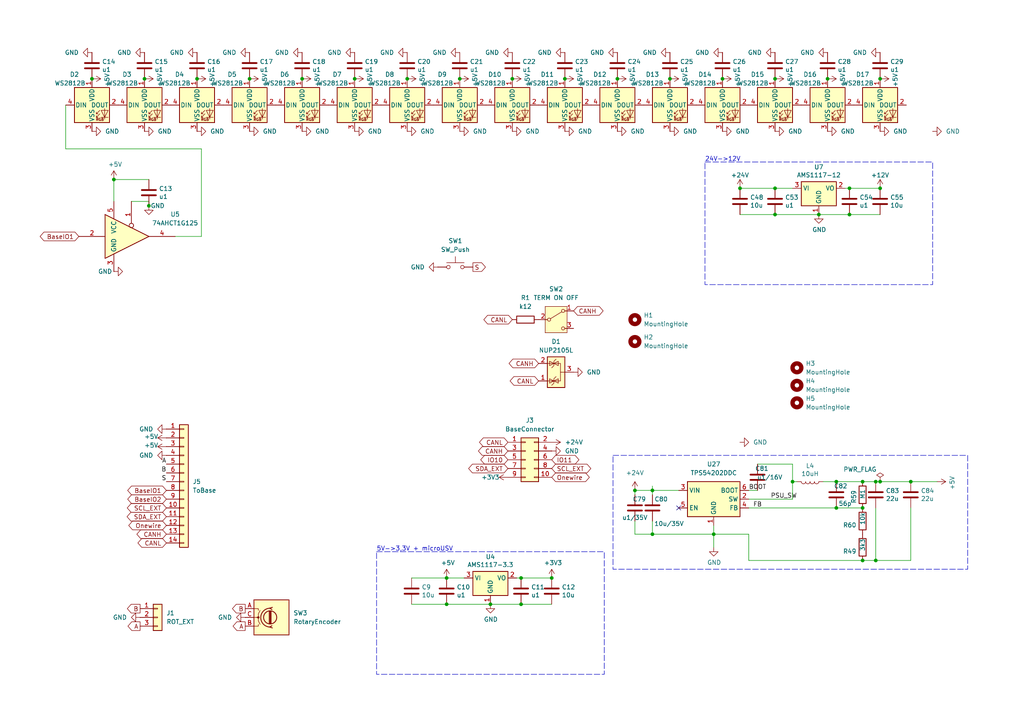
<source format=kicad_sch>
(kicad_sch (version 20250114) (generator "eeschema") (generator_version "9.0")
  (paper "A4")
  (rectangle (start 109.22 160.02) (end 175.26 195.58) (stroke (width 0) (type dash)))
  (rectangle (start 320.675 12.7) (end 395.605 77.47) (stroke (width 0) (type dash)))
  (rectangle (start 204.47 46.99) (end 270.51 82.55) (stroke (width 0) (type dash)))
  (rectangle (start 177.8 132.08) (end 280.67 165.1) (stroke (width 0) (type dash)))
  (text "PowerOutputs" (at 321.31 12.7 0) (effects (font (size 1.27 1.27)) (justify left bottom)))
  (text "5V->3,3V + microUSV" (at 109.22 160.02 0) (effects (font (size 1.27 1.27)) (justify left bottom)))
  (text "24V->12V" (at 204.47 46.99 0) (effects (font (size 1.27 1.27)) (justify left bottom)))
  (junction (at 209.55 22.86))
  (junction (at 224.79 54.61))
  (junction (at 26.67 22.86))
  (junction (at 142.24 175.26))
  (junction (at 87.63 22.86))
  (junction (at 229.87 139.7))
  (junction (at 337.82 50.8))
  (junction (at 250.19 162.56))
  (junction (at 189.23 142.24))
  (junction (at 33.02 52.07))
  (junction (at 133.35 22.86))
  (junction (at 151.13 175.26))
  (junction (at 163.83 22.86))
  (junction (at 214.63 54.61))
  (junction (at 224.79 22.86))
  (junction (at 255.27 22.86))
  (junction (at 246.38 62.23))
  (junction (at 148.59 22.86))
  (junction (at 242.57 147.32))
  (junction (at 246.38 54.61))
  (junction (at 118.11 22.86))
  (junction (at 255.27 54.61))
  (junction (at 224.79 62.23))
  (junction (at 337.82 20.32))
  (junction (at 160.02 167.64))
  (junction (at 72.39 22.86))
  (junction (at 250.19 139.7))
  (junction (at 194.31 22.86))
  (junction (at 237.49 62.23))
  (junction (at 189.23 154.94))
  (junction (at 207.01 154.94))
  (junction (at 337.82 66.04))
  (junction (at 250.19 147.32))
  (junction (at 129.54 175.26))
  (junction (at 255.27 139.7))
  (junction (at 41.91 22.86))
  (junction (at 151.13 167.64))
  (junction (at 240.03 22.86))
  (junction (at 184.15 142.24))
  (junction (at 179.07 22.86))
  (junction (at 129.54 167.64))
  (junction (at 337.82 35.56))
  (junction (at 57.15 22.86))
  (junction (at 254 139.7))
  (junction (at 242.57 139.7))
  (junction (at 102.87 22.86))
  (junction (at 254 162.56))
  (junction (at 43.18 59.69))
  (junction (at 264.16 139.7))
  (no_connect (at 196.85 147.32))
  (wire (pts (xy 184.15 143.51) (xy 184.15 142.24)))
  (wire (pts (xy 245.11 54.61) (xy 246.38 54.61)))
  (wire (pts (xy 372.11 38.1) (xy 374.65 38.1)))
  (wire (pts (xy 250.19 162.56) (xy 254 162.56)))
  (wire (pts (xy 134.62 167.64) (xy 129.54 167.64)))
  (wire (pts (xy 373.38 43.18) (xy 374.65 43.18)))
  (wire (pts (xy 224.79 62.23) (xy 237.49 62.23)))
  (wire (pts (xy 189.23 142.24) (xy 196.85 142.24)))
  (wire (pts (xy 189.23 154.94) (xy 207.01 154.94)))
  (wire (pts (xy 207.01 154.94) (xy 207.01 152.4)))
  (wire (pts (xy 119.38 175.26) (xy 129.54 175.26)))
  (wire (pts (xy 345.44 45.72) (xy 374.65 45.72)))
  (wire (pts (xy 50.8 68.58) (xy 58.42 68.58)))
  (wire (pts (xy 217.17 144.78) (xy 229.87 144.78)))
  (wire (pts (xy 229.87 54.61) (xy 224.79 54.61)))
  (wire (pts (xy 373.38 30.48) (xy 373.38 40.64)))
  (wire (pts (xy 242.57 139.7) (xy 250.19 139.7)))
  (wire (pts (xy 19.05 43.18) (xy 19.05 30.48)))
  (wire (pts (xy 33.02 52.07) (xy 33.02 58.42)))
  (wire (pts (xy 151.13 167.64) (xy 160.02 167.64)))
  (wire (pts (xy 374.65 15.24) (xy 374.65 30.48)))
  (wire (pts (xy 58.42 43.18) (xy 19.05 43.18)))
  (wire (pts (xy 58.42 68.58) (xy 58.42 43.18)))
  (wire (pts (xy 219.71 142.24) (xy 217.17 142.24)))
  (wire (pts (xy 374.65 60.96) (xy 374.65 55.88)))
  (wire (pts (xy 271.78 139.7) (xy 264.16 139.7)))
  (wire (pts (xy 119.38 167.64) (xy 129.54 167.64)))
  (wire (pts (xy 372.11 30.48) (xy 372.11 38.1)))
  (wire (pts (xy 142.24 175.26) (xy 151.13 175.26)))
  (wire (pts (xy 231.14 139.7) (xy 229.87 139.7)))
  (wire (pts (xy 246.38 54.61) (xy 255.27 54.61)))
  (wire (pts (xy 254 147.32) (xy 254 162.56)))
  (wire (pts (xy 189.23 142.24) (xy 189.23 140.97)))
  (wire (pts (xy 229.87 139.7) (xy 229.87 144.78)))
  (wire (pts (xy 264.16 162.56) (xy 254 162.56)))
  (wire (pts (xy 219.71 134.62) (xy 229.87 134.62)))
  (wire (pts (xy 373.38 40.64) (xy 374.65 40.64)))
  (wire (pts (xy 254 139.7) (xy 255.27 139.7)))
  (wire (pts (xy 43.18 58.42) (xy 43.18 59.69)))
  (wire (pts (xy 129.54 175.26) (xy 142.24 175.26)))
  (wire (pts (xy 207.01 154.94) (xy 207.01 158.75)))
  (wire (pts (xy 38.1 58.42) (xy 43.18 58.42)))
  (wire (pts (xy 238.76 139.7) (xy 242.57 139.7)))
  (wire (pts (xy 149.86 167.64) (xy 151.13 167.64)))
  (wire (pts (xy 189.23 151.13) (xy 189.23 154.94)))
  (wire (pts (xy 374.65 55.88) (xy 373.38 55.88)))
  (wire (pts (xy 229.87 134.62) (xy 229.87 139.7)))
  (wire (pts (xy 217.17 162.56) (xy 217.17 154.94)))
  (wire (pts (xy 214.63 54.61) (xy 224.79 54.61)))
  (wire (pts (xy 373.38 55.88) (xy 373.38 43.18)))
  (wire (pts (xy 184.15 142.24) (xy 189.23 142.24)))
  (wire (pts (xy 264.16 147.32) (xy 264.16 162.56)))
  (wire (pts (xy 345.44 30.48) (xy 372.11 30.48)))
  (wire (pts (xy 184.15 154.94) (xy 189.23 154.94)))
  (wire (pts (xy 237.49 62.23) (xy 246.38 62.23)))
  (wire (pts (xy 250.19 162.56) (xy 217.17 162.56)))
  (wire (pts (xy 255.27 139.7) (xy 264.16 139.7)))
  (wire (pts (xy 189.23 143.51) (xy 189.23 142.24)))
  (wire (pts (xy 345.44 15.24) (xy 374.65 15.24)))
  (wire (pts (xy 242.57 147.32) (xy 250.19 147.32)))
  (wire (pts (xy 373.38 30.48) (xy 374.65 30.48)))
  (wire (pts (xy 217.17 154.94) (xy 207.01 154.94)))
  (wire (pts (xy 43.18 52.07) (xy 33.02 52.07)))
  (wire (pts (xy 184.15 151.13) (xy 184.15 154.94)))
  (wire (pts (xy 246.38 62.23) (xy 255.27 62.23)))
  (wire (pts (xy 374.65 60.96) (xy 345.44 60.96)))
  (wire (pts (xy 214.63 62.23) (xy 224.79 62.23)))
  (wire (pts (xy 151.13 175.26) (xy 160.02 175.26)))
  (wire (pts (xy 250.19 139.7) (xy 254 139.7)))
  (wire (pts (xy 217.17 147.32) (xy 242.57 147.32)))
  (label "A" (at 48.26 134.62 180))
  (label "B" (at 48.26 137.16 180))
  (label "S" (at 48.26 139.7 180))
  (label "FB" (at 218.44 147.32 0))
  (label "BOOT" (at 217.17 142.24 0))
  (label "PSU_SW" (at 223.52 144.78 0))
  (global_label "SDA_EXT" (shape bidirectional) (at 322.58 66.04 180) (property "Intersheetrefs" "${INTERSHEET_REFS}" (effects (hide yes))))
  (global_label "IO10" (shape bidirectional) (at 147.32 133.35 180) (property "Intersheetrefs" "${INTERSHEET_REFS}" (effects (hide yes))))
  (global_label "BaseIO1" (shape bidirectional) (at 48.26 142.24 180) (property "Intersheetrefs" "${INTERSHEET_REFS}" (effects (hide yes))))
  (global_label "CANL" (shape bidirectional) (at 48.26 157.48 180) (property "Intersheetrefs" "${INTERSHEET_REFS}" (effects (hide yes))))
  (global_label "CANH" (shape bidirectional) (at 147.32 130.81 180) (property "Intersheetrefs" "${INTERSHEET_REFS}" (effects (hide yes))))
  (global_label "BaseIO2" (shape bidirectional) (at 48.26 144.78 180) (property "Intersheetrefs" "${INTERSHEET_REFS}" (effects (hide yes))))
  (global_label "Onewire" (shape bidirectional) (at 48.26 152.4 180) (property "Intersheetrefs" "${INTERSHEET_REFS}" (effects (hide yes))))
  (global_label "CANL" (shape bidirectional) (at 147.32 128.27 180) (property "Intersheetrefs" "${INTERSHEET_REFS}" (effects (hide yes))))
  (global_label "CANL" (shape bidirectional) (at 148.59 92.71 180) (property "Intersheetrefs" "${INTERSHEET_REFS}" (effects (hide yes))))
  (global_label "SDA_EXT" (shape bidirectional) (at 147.32 135.89 180) (property "Intersheetrefs" "${INTERSHEET_REFS}" (effects (hide yes))))
  (global_label "A" (shape output) (at 40.64 181.61 180) (property "Intersheetrefs" "${INTERSHEET_REFS}" (effects (hide yes))))
  (global_label "BaseIO1" (shape bidirectional) (at 330.2 20.32 180) (property "Intersheetrefs" "${INTERSHEET_REFS}" (effects (hide yes))))
  (global_label "BaseIO1" (shape bidirectional) (at 22.86 68.58 180) (property "Intersheetrefs" "${INTERSHEET_REFS}" (effects (hide yes))))
  (global_label "IO11" (shape bidirectional) (at 160.02 133.35 0) (property "Intersheetrefs" "${INTERSHEET_REFS}" (effects (hide yes))))
  (global_label "B" (shape output) (at 40.64 176.53 180) (property "Intersheetrefs" "${INTERSHEET_REFS}" (effects (hide yes))))
  (global_label "B" (shape output) (at 71.12 176.53 180) (property "Intersheetrefs" "${INTERSHEET_REFS}" (effects (hide yes))))
  (global_label "SCL_EXT" (shape bidirectional) (at 48.26 147.32 180) (property "Intersheetrefs" "${INTERSHEET_REFS}" (effects (hide yes))))
  (global_label "CANH" (shape bidirectional) (at 48.26 154.94 180) (property "Intersheetrefs" "${INTERSHEET_REFS}" (effects (hide yes))))
  (global_label "SDA_EXT" (shape bidirectional) (at 48.26 149.86 180) (property "Intersheetrefs" "${INTERSHEET_REFS}" (effects (hide yes))))
  (global_label "CANH" (shape bidirectional) (at 156.21 105.41 180) (property "Intersheetrefs" "${INTERSHEET_REFS}" (effects (hide yes))))
  (global_label "Onewire" (shape bidirectional) (at 160.02 138.43 0) (property "Intersheetrefs" "${INTERSHEET_REFS}" (effects (hide yes))))
  (global_label "Onewire" (shape bidirectional) (at 322.58 50.8 180) (property "Intersheetrefs" "${INTERSHEET_REFS}" (effects (hide yes))))
  (global_label "SCL_EXT" (shape bidirectional) (at 160.02 135.89 0) (property "Intersheetrefs" "${INTERSHEET_REFS}" (effects (hide yes))))
  (global_label "CANL" (shape bidirectional) (at 156.21 110.49 180) (property "Intersheetrefs" "${INTERSHEET_REFS}" (effects (hide yes))))
  (global_label "BaseIO2" (shape bidirectional) (at 330.2 35.56 180) (property "Intersheetrefs" "${INTERSHEET_REFS}" (effects (hide yes))))
  (global_label "S" (shape output) (at 137.16 77.47 0) (property "Intersheetrefs" "${INTERSHEET_REFS}" (effects (hide yes))))
  (global_label "A" (shape output) (at 71.12 181.61 180) (property "Intersheetrefs" "${INTERSHEET_REFS}" (effects (hide yes))))
  (global_label "CANH" (shape bidirectional) (at 166.37 90.17 0) (property "Intersheetrefs" "${INTERSHEET_REFS}" (effects (hide yes))))
  (symbol (lib_id "power:+3V3") (at 160.02 167.64 0) (unit 1)
    (property "Reference" "#PWR014" (effects (hide yes)))
    (property "Value" "+3V3" (at 160.401 163.2458 0))
    (property "Description" "Power symbol creates a global label with name \"+3V3\"" (effects (hide yes)))
  )
  (symbol (lib_id "power:GND") (at 142.24 175.26 0) (unit 1)
    (property "Reference" "#PWR013" (effects (hide yes)))
    (property "Value" "GND" (at 142.367 179.6542 0))
    (property "Description" "Power symbol creates a global label with name \"GND\" , ground" (effects (hide yes)))
  )
  (symbol (lib_id "power:+5V") (at 129.54 167.64 0) (unit 1)
    (property "Reference" "#PWR012" (effects (hide yes)))
    (property "Value" "+5V" (at 129.921 163.2458 0))
    (property "Description" "Power symbol creates a global label with name \"+5V\"" (effects (hide yes)))
  )
  (symbol (lib_id "Regulator_Linear:AMS1117-3.3") (at 142.24 167.64 0) (unit 1)
    (property "Reference" "U4" (at 142.24 161.4932 0))
    (property "Value" "AMS1117-3.3" (at 142.24 163.8046 0))
    (property "Footprint" "liebler_SEMICONDUCTORS:SOT-223-3_TabPin2_HANDSOLDER" (effects (hide yes)))
    (property "Datasheet" "http://www.advanced-monolithic.com/pdf/ds1117.pdf" (effects (hide yes)))
    (property "Description" "1A Low Dropout regulator, positive, 3.3V fixed output, SOT-223" (effects (hide yes)))
  )
  (symbol (lib_id "power:+5V") (at 179.07 22.86 270) (unit 1)
    (property "Reference" "#PWR026" (effects (hide yes)))
    (property "Value" "+5V" (at 183.4642 23.241 0))
    (property "Description" "Power symbol creates a global label with name \"+5V\"" (effects (hide yes)))
  )
  (symbol (lib_id "Device:C") (at 240.03 19.05 0) (unit 1)
    (property "Reference" "C28" (at 242.951 17.8816 0) (effects (justify left)))
    (property "Value" "u1" (at 242.951 20.193 0) (effects (justify left)))
    (property "Footprint" "Capacitor_SMD:C_0805_2012Metric_Pad1.18x1.45mm_HandSolder" (effects (hide yes)))
  )
  (symbol (lib_id "Mechanical:MountingHole") (at 231.14 116.84 0) (unit 1)
    (property "Reference" "H5" (at 233.68 115.5699 0) (effects (justify left)))
    (property "Value" "MountingHole" (at 233.68 118.1099 0) (effects (justify left)))
    (property "Footprint" "MountingHole:MountingHole_2.2mm_M2" (effects (hide yes)))
    (property "Description" "Mounting Hole without connection" (effects (hide yes)))
  )
  (symbol (lib_id "power:+5V") (at 148.59 22.86 270) (unit 1)
    (property "Reference" "#PWR024" (effects (hide yes)))
    (property "Value" "+5V" (at 152.9842 23.241 0))
    (property "Description" "Power symbol creates a global label with name \"+5V\"" (effects (hide yes)))
  )
  (symbol (lib_id "Connector_Generic:Conn_01x14") (at 53.34 139.7 0) (unit 1)
    (property "Reference" "J5" (at 55.88 139.6999 0) (effects (justify left)))
    (property "Value" "ToBase" (at 55.88 142.2399 0) (effects (justify left)))
    (property "Footprint" "liebler_CONN:Hirose_FH12-14S-0.5SH_1x14-1MP_P0.50mm_Horizontal_handsolder" (effects (hide yes)))
    (property "Description" "Generic connector, single row, 01x14, script generated (kicad-library-utils/schlib/autogen/connector/)" (effects (hide yes)))
  )
  (symbol (lib_id "Device:C") (at 129.54 171.45 0) (unit 1)
    (property "Reference" "C10" (at 132.461 170.2816 0) (effects (justify left)))
    (property "Value" "u1" (at 132.461 172.593 0) (effects (justify left)))
    (property "Footprint" "Capacitor_SMD:C_0805_2012Metric_Pad1.18x1.45mm_HandSolder" (effects (hide yes)))
  )
  (symbol (lib_id "Device:C") (at 148.59 19.05 0) (unit 1)
    (property "Reference" "C22" (at 151.511 17.8816 0) (effects (justify left)))
    (property "Value" "u1" (at 151.511 20.193 0) (effects (justify left)))
    (property "Footprint" "Capacitor_SMD:C_0805_2012Metric_Pad1.18x1.45mm_HandSolder" (effects (hide yes)))
  )
  (symbol (lib_id "power:+24V") (at 160.02 128.27 270) (unit 1)
    (property "Reference" "#PWR04" (effects (hide yes)))
    (property "Value" "+24V" (at 163.83 128.2699 90) (effects (justify left)))
    (property "Description" "Power symbol creates a global label with name \"+24V\"" (effects (hide yes)))
  )
  (symbol (lib_id "LED:WS2812B") (at 57.15 30.48 0) (unit 1)
    (property "Reference" "D4" (at 52.07 21.59 0))
    (property "Value" "WS2812B" (at 50.8 24.13 0))
    (property "Footprint" "LED_SMD:LED_WS2812B-Mini_PLCC4_3.5x3.5mm" (effects (hide yes)))
    (property "Datasheet" "https://cdn-shop.adafruit.com/datasheets/WS2812B.pdf" (effects (hide yes)))
    (property "Description" "RGB LED with integrated controller" (effects (hide yes)))
  )
  (symbol (lib_id "power:GND") (at 160.02 130.81 90) (unit 1)
    (property "Reference" "#PWR040" (effects (hide yes)))
    (property "Value" "GND" (at 163.83 130.8099 90) (effects (justify right)))
    (property "Description" "Power symbol creates a global label with name \"GND\" , ground" (effects (hide yes)))
  )
  (symbol (lib_id "power:GND") (at 41.91 38.1 90) (unit 1)
    (property "Reference" "#PWR050" (effects (hide yes)))
    (property "Value" "GND" (at 45.72 38.0999 90) (effects (justify right)))
    (property "Description" "Power symbol creates a global label with name \"GND\" , ground" (effects (hide yes)))
  )
  (symbol (lib_id "power:GND") (at 163.83 38.1 90) (unit 1)
    (property "Reference" "#PWR066" (effects (hide yes)))
    (property "Value" "GND" (at 167.64 38.0999 90) (effects (justify right)))
    (property "Description" "Power symbol creates a global label with name \"GND\" , ground" (effects (hide yes)))
  )
  (symbol (lib_id "Device:C") (at 224.79 58.42 0) (unit 1)
    (property "Reference" "C53" (at 227.711 57.2516 0) (effects (justify left)))
    (property "Value" "u1" (at 227.711 59.563 0) (effects (justify left)))
    (property "Footprint" "Capacitor_SMD:C_0805_2012Metric_Pad1.18x1.45mm_HandSolder" (effects (hide yes)))
  )
  (symbol (lib_id "power:GND") (at 148.59 15.24 270) (unit 1)
    (property "Reference" "#PWR063" (effects (hide yes)))
    (property "Value" "GND" (at 144.78 15.2401 90) (effects (justify right)))
    (property "Description" "Power symbol creates a global label with name \"GND\" , ground" (effects (hide yes)))
  )
  (symbol (lib_id "power:GND") (at 48.26 132.08 270) (unit 1)
    (property "Reference" "#PWR046" (effects (hide yes)))
    (property "Value" "GND" (at 44.45 132.0801 90) (effects (justify right)))
    (property "Description" "Power symbol creates a global label with name \"GND\" , ground" (effects (hide yes)))
  )
  (symbol (lib_id "power:GND") (at 148.59 38.1 90) (unit 1)
    (property "Reference" "#PWR064" (effects (hide yes)))
    (property "Value" "GND" (at 152.4 38.0999 90) (effects (justify right)))
    (property "Description" "Power symbol creates a global label with name \"GND\" , ground" (effects (hide yes)))
  )
  (symbol (lib_id "power:GND") (at 345.44 40.64 90) (unit 1)
    (property "Reference" "#PWR08" (effects (hide yes)))
    (property "Value" "GND" (at 349.8342 40.513 0))
    (property "Description" "Power symbol creates a global label with name \"GND\" , ground" (effects (hide yes)))
  )
  (symbol (lib_id "Device:R") (at 334.01 35.56 90) (unit 1)
    (property "Reference" "R56" (at 335.28 33.02 90) (effects (justify left)))
    (property "Value" "1k" (at 335.28 35.56 90) (effects (justify left)))
    (property "Footprint" "Resistor_SMD:R_0805_2012Metric_Pad1.20x1.40mm_HandSolder" (effects (hide yes)))
  )
  (symbol (lib_id "LED:WS2812B") (at 240.03 30.48 0) (unit 1)
    (property "Reference" "D16" (at 234.95 21.59 0))
    (property "Value" "WS2812B" (at 233.68 24.13 0))
    (property "Footprint" "LED_SMD:LED_WS2812B-Mini_PLCC4_3.5x3.5mm" (effects (hide yes)))
    (property "Datasheet" "https://cdn-shop.adafruit.com/datasheets/WS2812B.pdf" (effects (hide yes)))
    (property "Description" "RGB LED with integrated controller" (effects (hide yes)))
  )
  (symbol (lib_id "power:GND") (at 240.03 15.24 270) (unit 1)
    (property "Reference" "#PWR075" (effects (hide yes)))
    (property "Value" "GND" (at 236.22 15.2401 90) (effects (justify right)))
    (property "Description" "Power symbol creates a global label with name \"GND\" , ground" (effects (hide yes)))
  )
  (symbol (lib_id "power:+5V") (at 118.11 22.86 270) (unit 1)
    (property "Reference" "#PWR021" (effects (hide yes)))
    (property "Value" "+5V" (at 122.5042 23.241 0))
    (property "Description" "Power symbol creates a global label with name \"+5V\"" (effects (hide yes)))
  )
  (symbol (lib_id "Transistor_FET:Q_Dual_NMOS_G1S2G2D2S1D1") (at 342.9 66.04 0) (unit 2)
    (property "Reference" "Q3" (at 349.25 64.7699 0) (effects (justify left)))
    (property "Value" "AO6800-HXY" (at 349.25 67.3099 0) (effects (justify left)))
    (property "Footprint" "Package_TO_SOT_SMD:SOT-23-6_Handsoldering" (effects (hide yes)))
    (property "Description" "Dual NMOS transistor, 6 pin package" (effects (hide yes)))
  )
  (symbol (lib_id "power:+5V") (at 72.39 22.86 270) (unit 1)
    (property "Reference" "#PWR018" (effects (hide yes)))
    (property "Value" "+5V" (at 76.7842 23.241 0))
    (property "Description" "Power symbol creates a global label with name \"+5V\"" (effects (hide yes)))
  )
  (symbol (lib_id "Device:C") (at 255.27 58.42 0) (unit 1)
    (property "Reference" "C55" (at 258.191 57.2516 0) (effects (justify left)))
    (property "Value" "10u" (at 258.191 59.563 0) (effects (justify left)))
    (property "Footprint" "Capacitor_SMD:C_0805_2012Metric_Pad1.18x1.45mm_HandSolder" (effects (hide yes)))
  )
  (symbol (lib_id "LED:WS2812B") (at 102.87 30.48 0) (unit 1)
    (property "Reference" "D7" (at 97.79 21.59 0))
    (property "Value" "WS2812B" (at 96.52 24.13 0))
    (property "Footprint" "LED_SMD:LED_WS2812B-Mini_PLCC4_3.5x3.5mm" (effects (hide yes)))
    (property "Datasheet" "https://cdn-shop.adafruit.com/datasheets/WS2812B.pdf" (effects (hide yes)))
    (property "Description" "RGB LED with integrated controller" (effects (hide yes)))
  )
  (symbol (lib_id "power:GND") (at 345.44 71.12 90) (unit 1)
    (property "Reference" "#PWR010" (effects (hide yes)))
    (property "Value" "GND" (at 349.8342 70.993 0))
    (property "Description" "Power symbol creates a global label with name \"GND\" , ground" (effects (hide yes)))
  )
  (symbol (lib_id "Device:R") (at 152.4 92.71 90) (unit 1)
    (property "Reference" "R1" (at 152.4 86.36 90))
    (property "Value" "k12" (at 152.4 88.9 90))
    (property "Footprint" "Resistor_SMD:R_0805_2012Metric_Pad1.20x1.40mm_HandSolder" (effects (hide yes)))
    (property "Description" "Resistor" (effects (hide yes)))
  )
  (symbol (lib_id "power:+5V") (at 48.26 127 90) (unit 1)
    (property "Reference" "#PWR022" (effects (hide yes)))
    (property "Value" "+5V" (at 43.8658 126.619 90))
    (property "Description" "Power symbol creates a global label with name \"+5V\"" (effects (hide yes)))
  )
  (symbol (lib_id "Device:C") (at 41.91 19.05 0) (unit 1)
    (property "Reference" "C15" (at 44.831 17.8816 0) (effects (justify left)))
    (property "Value" "u1" (at 44.831 20.193 0) (effects (justify left)))
    (property "Footprint" "Capacitor_SMD:C_0805_2012Metric_Pad1.18x1.45mm_HandSolder" (effects (hide yes)))
  )
  (symbol (lib_id "power:GND") (at 87.63 38.1 90) (unit 1)
    (property "Reference" "#PWR056" (effects (hide yes)))
    (property "Value" "GND" (at 91.44 38.0999 90) (effects (justify right)))
    (property "Description" "Power symbol creates a global label with name \"GND\" , ground" (effects (hide yes)))
  )
  (symbol (lib_id "LED:WS2812B") (at 179.07 30.48 0) (unit 1)
    (property "Reference" "D12" (at 173.99 21.59 0))
    (property "Value" "WS2812B" (at 172.72 24.13 0))
    (property "Footprint" "LED_SMD:LED_WS2812B-Mini_PLCC4_3.5x3.5mm" (effects (hide yes)))
    (property "Datasheet" "https://cdn-shop.adafruit.com/datasheets/WS2812B.pdf" (effects (hide yes)))
    (property "Description" "RGB LED with integrated controller" (effects (hide yes)))
  )
  (symbol (lib_id "Regulator_Switching:TPS54202DDC") (at 207.01 144.78 0) (unit 1)
    (property "Reference" "U27" (at 207.01 134.62 0))
    (property "Value" "TPS54202DDC" (at 207.01 137.16 0))
    (property "Footprint" "Package_TO_SOT_SMD:SOT-23-6_Handsoldering" (effects (hide yes)))
    (property "Datasheet" "http://www.ti.com/lit/ds/symlink/tps54202.pdf" (effects (hide yes)))
    (property "MPN" "TPS54202DDCR" (effects (hide yes)))
    (property "Manufacturer" "Texas Instruments" (effects (hide yes)))
  )
  (symbol (lib_id "power:GND") (at 345.44 25.4 90) (unit 1)
    (property "Reference" "#PWR07" (effects (hide yes)))
    (property "Value" "GND" (at 349.8342 25.273 0))
    (property "Description" "Power symbol creates a global label with name \"GND\" , ground" (effects (hide yes)))
  )
  (symbol (lib_id "Device:R") (at 334.01 50.8 90) (unit 1)
    (property "Reference" "R57" (at 335.28 48.26 90) (effects (justify left)))
    (property "Value" "1k" (at 335.28 50.8 90) (effects (justify left)))
    (property "Footprint" "Resistor_SMD:R_0805_2012Metric_Pad1.20x1.40mm_HandSolder" (effects (hide yes)))
  )
  (symbol (lib_id "Device:C") (at 264.16 143.51 0) (unit 1)
    (property "Reference" "C84" (at 267.081 142.3416 0) (effects (justify left)))
    (property "Value" "22u" (at 267.081 144.653 0) (effects (justify left)))
    (property "Footprint" "Resistor_SMD:R_0805_2012Metric_Pad1.20x1.40mm_HandSolder" (effects (hide yes)))
    (property "MPN" "CL10A226MP8NUNE" (effects (hide yes)))
    (property "Manufacturer" "Samsung Electro-Mechanics" (effects (hide yes)))
  )
  (symbol (lib_id "power:GND") (at 224.79 38.1 90) (unit 1)
    (property "Reference" "#PWR074" (effects (hide yes)))
    (property "Value" "GND" (at 228.6 38.0999 90) (effects (justify right)))
    (property "Description" "Power symbol creates a global label with name \"GND\" , ground" (effects (hide yes)))
  )
  (symbol (lib_id "power:GND") (at 57.15 38.1 90) (unit 1)
    (property "Reference" "#PWR052" (effects (hide yes)))
    (property "Value" "GND" (at 60.96 38.0999 90) (effects (justify right)))
    (property "Description" "Power symbol creates a global label with name \"GND\" , ground" (effects (hide yes)))
  )
  (symbol (lib_id "power:GND") (at 26.67 15.24 270) (unit 1)
    (property "Reference" "#PWR047" (effects (hide yes)))
    (property "Value" "GND" (at 22.86 15.2401 90) (effects (justify right)))
    (property "Description" "Power symbol creates a global label with name \"GND\" , ground" (effects (hide yes)))
  )
  (symbol (lib_id "Connector_Generic:Conn_01x03") (at 45.72 179.07 0) (unit 1)
    (property "Reference" "J1" (at 48.26 177.7999 0) (effects (justify left)))
    (property "Value" "ROT_EXT" (at 48.26 180.3399 0) (effects (justify left)))
    (property "Footprint" "liebler_CONN:PhoenixContact_MCV_1,5_3-G-3.5_1x03_P3.50mm_Vertical_smallerCourtyard" (effects (hide yes)))
    (property "Description" "Generic connector, single row, 01x03, script generated (kicad-library-utils/schlib/autogen/connector/)" (effects (hide yes)))
  )
  (symbol (lib_id "LED:WS2812B") (at 41.91 30.48 0) (unit 1)
    (property "Reference" "D3" (at 36.83 21.59 0))
    (property "Value" "WS2812B" (at 35.56 24.13 0))
    (property "Footprint" "LED_SMD:LED_WS2812B-Mini_PLCC4_3.5x3.5mm" (effects (hide yes)))
    (property "Datasheet" "https://cdn-shop.adafruit.com/datasheets/WS2812B.pdf" (effects (hide yes)))
    (property "Description" "RGB LED with integrated controller" (effects (hide yes)))
  )
  (symbol (lib_id "power:GND") (at 337.82 43.18 90) (unit 1)
    (property "Reference" "#PWR03" (effects (hide yes)))
    (property "Value" "GND" (at 342.2142 43.053 0))
    (property "Description" "Power symbol creates a global label with name \"GND\" , ground" (effects (hide yes)))
  )
  (symbol (lib_id "Device:R") (at 250.19 158.75 180) (unit 1)
    (property "Reference" "R49" (at 248.412 159.9184 0) (effects (justify left)))
    (property "Value" "3k3" (at 250.19 156.21 90) (effects (justify left)))
    (property "Footprint" "Resistor_SMD:R_0805_2012Metric_Pad1.20x1.40mm_HandSolder" (effects (hide yes)))
    (property "MPN" "0402WGF3301TCE" (effects (hide yes)))
    (property "Manufacturer" "UNI-ROYAL(Uniroyal Elec)" (effects (hide yes)))
  )
  (symbol (lib_id "power:GND") (at 127 77.47 270) (unit 1)
    (property "Reference" "#PWR036" (effects (hide yes)))
    (property "Value" "GND" (at 123.19 77.4701 90) (effects (justify right)))
    (property "Description" "Power symbol creates a global label with name \"GND\" , ground" (effects (hide yes)))
  )
  (symbol (lib_id "power:GND") (at 43.18 59.69 0) (unit 1)
    (property "Reference" "#PWR043" (effects (hide yes)))
    (property "Value" "GND" (at 45.72 59.69 0))
    (property "Description" "Power symbol creates a global label with name \"GND\" , ground" (effects (hide yes)))
  )
  (symbol (lib_id "power:GND") (at 207.01 158.75 0) (unit 1)
    (property "Reference" "#PWR0179" (effects (hide yes)))
    (property "Value" "GND" (at 207.137 163.1442 0))
    (property "Description" "Power symbol creates a global label with name \"GND\" , ground" (effects (hide yes)))
  )
  (symbol (lib_id "power:GND") (at 209.55 38.1 90) (unit 1)
    (property "Reference" "#PWR072" (effects (hide yes)))
    (property "Value" "GND" (at 213.36 38.0999 90) (effects (justify right)))
    (property "Description" "Power symbol creates a global label with name \"GND\" , ground" (effects (hide yes)))
  )
  (symbol (lib_id "Device:R") (at 250.19 151.13 180) (unit 1)
    (property "Reference" "R60" (at 248.412 152.2984 0) (effects (justify left)))
    (property "Value" "10k" (at 250.19 148.59 90) (effects (justify left)))
    (property "Footprint" "Resistor_SMD:R_0805_2012Metric_Pad1.20x1.40mm_HandSolder" (effects (hide yes)))
    (property "MPN" "0201WMF1002TEE" (effects (hide yes)))
    (property "Manufacturer" "UNI-ROYAL(Uniroyal Elec)" (effects (hide yes)))
  )
  (symbol (lib_id "Device:R") (at 250.19 143.51 0) (unit 1)
    (property "Reference" "R59" (at 247.65 146.05 90) (effects (justify left)))
    (property "Value" "M1" (at 250.19 144.78 90) (effects (justify left)))
    (property "Footprint" "Resistor_SMD:R_0805_2012Metric_Pad1.20x1.40mm_HandSolder" (effects (hide yes)))
    (property "MPN" "0201WMF1003TEE" (effects (hide yes)))
    (property "Manufacturer" "UNI-ROYAL(Uniroyal Elec)" (effects (hide yes)))
  )
  (symbol (lib_id "power:+5V") (at 271.78 139.7 270) (unit 1)
    (property "Reference" "#PWR033" (effects (hide yes)))
    (property "Value" "+5V" (at 276.1742 140.081 0))
    (property "Description" "Power symbol creates a global label with name \"+5V\"" (effects (hide yes)))
  )
  (symbol (lib_id "Device:L") (at 234.95 139.7 270) (unit 1)
    (property "Reference" "L4" (at 234.95 135.1026 90))
    (property "Value" "10uH" (at 234.95 137.414 90))
    (property "Footprint" "liebler_PASSIVES:L_0630" (effects (hide yes)))
    (property "Datasheet" "C408449" (effects (hide yes)))
    (property "MPN" "FXL0630-100-M" (effects (hide yes)))
    (property "Manufacturer" "cjiang (Changjiang Microelectronics Tech)" (effects (hide yes)))
  )
  (symbol (lib_id "power:GND") (at 166.37 107.95 90) (unit 1)
    (property "Reference" "#PWR037" (effects (hide yes)))
    (property "Value" "GND" (at 170.18 107.9499 90) (effects (justify right)))
    (property "Description" "Power symbol creates a global label with name \"GND\" , ground" (effects (hide yes)))
  )
  (symbol (lib_id "power:GND") (at 224.79 15.24 270) (unit 1)
    (property "Reference" "#PWR073" (effects (hide yes)))
    (property "Value" "GND" (at 220.98 15.2401 90) (effects (justify right)))
    (property "Description" "Power symbol creates a global label with name \"GND\" , ground" (effects (hide yes)))
  )
  (symbol (lib_id "power:GND") (at 345.44 55.88 90) (unit 1)
    (property "Reference" "#PWR09" (effects (hide yes)))
    (property "Value" "GND" (at 349.8342 55.753 0))
    (property "Description" "Power symbol creates a global label with name \"GND\" , ground" (effects (hide yes)))
  )
  (symbol (lib_id "power:+24V") (at 184.15 142.24 0) (unit 1)
    (property "Reference" "#PWR01" (effects (hide yes)))
    (property "Value" "+24V" (at 184.15 137.16 0))
    (property "Description" "Power symbol creates a global label with name \"+24V\"" (effects (hide yes)))
  )
  (symbol (lib_id "Device:R") (at 337.82 54.61 0) (unit 1)
    (property "Reference" "R63" (at 335.28 57.15 90) (effects (justify left)))
    (property "Value" "M1" (at 337.82 55.88 90) (effects (justify left)))
    (property "Footprint" "Resistor_SMD:R_0805_2012Metric_Pad1.20x1.40mm_HandSolder" (effects (hide yes)))
    (property "MPN" "0201WMF1003TEE" (effects (hide yes)))
    (property "Manufacturer" "UNI-ROYAL(Uniroyal Elec)" (effects (hide yes)))
  )
  (symbol (lib_id "Device:C") (at 118.11 19.05 0) (unit 1)
    (property "Reference" "C20" (at 121.031 17.8816 0) (effects (justify left)))
    (property "Value" "u1" (at 121.031 20.193 0) (effects (justify left)))
    (property "Footprint" "Capacitor_SMD:C_0805_2012Metric_Pad1.18x1.45mm_HandSolder" (effects (hide yes)))
  )
  (symbol (lib_id "power:GND") (at 72.39 15.24 270) (unit 1)
    (property "Reference" "#PWR053" (effects (hide yes)))
    (property "Value" "GND" (at 68.58 15.2401 90) (effects (justify right)))
    (property "Description" "Power symbol creates a global label with name \"GND\" , ground" (effects (hide yes)))
  )
  (symbol (lib_id "power:+5V") (at 240.03 22.86 270) (unit 1)
    (property "Reference" "#PWR030" (effects (hide yes)))
    (property "Value" "+5V" (at 244.4242 23.241 0))
    (property "Description" "Power symbol creates a global label with name \"+5V\"" (effects (hide yes)))
  )
  (symbol (lib_id "Connector_Generic:Conn_02x05_Odd_Even") (at 152.4 133.35 0) (unit 1)
    (property "Reference" "J3" (at 153.67 121.92 0))
    (property "Value" "BaseConnector" (at 153.67 124.46 0))
    (property "Footprint" "Connector_IDC:IDC-Header_2x05_P2.54mm_Vertical" (effects (hide yes)))
    (property "Description" "Generic connector, double row, 02x05, odd/even pin numbering scheme (row 1 odd numbers, row 2 even numbers), script generated (kicad-library-utils/schlib/autogen/connector/)" (effects (hide yes)))
  )
  (symbol (lib_id "Device:C") (at 219.71 138.43 180) (unit 1)
    (property "Reference" "C81" (at 220.98 135.89 0))
    (property "Value" "u1/16V" (at 223.266 138.43 0))
    (property "Footprint" "Resistor_SMD:R_0805_2012Metric_Pad1.20x1.40mm_HandSolder" (effects (hide yes)))
    (property "MPN" "CC0603KRX7R9BB104" (effects (hide yes)))
    (property "Manufacturer" "YAGEO" (effects (hide yes)))
  )
  (symbol (lib_id "Device:C") (at 224.79 19.05 0) (unit 1)
    (property "Reference" "C27" (at 227.711 17.8816 0) (effects (justify left)))
    (property "Value" "u1" (at 227.711 20.193 0) (effects (justify left)))
    (property "Footprint" "Capacitor_SMD:C_0805_2012Metric_Pad1.18x1.45mm_HandSolder" (effects (hide yes)))
  )
  (symbol (lib_id "Transistor_FET:Q_Dual_NMOS_G1S2G2D2S1D1") (at 342.9 35.56 0) (unit 2)
    (property "Reference" "Q2" (at 349.25 34.2899 0) (effects (justify left)))
    (property "Value" "AO6800-HXY" (at 349.25 36.8299 0) (effects (justify left)))
    (property "Footprint" "Package_TO_SOT_SMD:SOT-23-6_Handsoldering" (effects (hide yes)))
    (property "Description" "Dual NMOS transistor, 6 pin package" (effects (hide yes)))
  )
  (symbol (lib_id "power:GND") (at 26.67 38.1 90) (unit 1)
    (property "Reference" "#PWR048" (effects (hide yes)))
    (property "Value" "GND" (at 30.48 38.0999 90) (effects (justify right)))
    (property "Description" "Power symbol creates a global label with name \"GND\" , ground" (effects (hide yes)))
  )
  (symbol (lib_id "power:+5V") (at 57.15 22.86 270) (unit 1)
    (property "Reference" "#PWR017" (effects (hide yes)))
    (property "Value" "+5V" (at 61.5442 23.241 0))
    (property "Description" "Power symbol creates a global label with name \"+5V\"" (effects (hide yes)))
  )
  (symbol (lib_id "power:+12V") (at 374.65 48.26 180) (unit 1)
    (property "Reference" "#PWR011" (effects (hide yes)))
    (property "Value" "+12V" (at 374.65 53.34 0))
    (property "Description" "Power symbol creates a global label with name \"+12V\"" (effects (hide yes)))
  )
  (symbol (lib_id "power:GND") (at 194.31 38.1 90) (unit 1)
    (property "Reference" "#PWR070" (effects (hide yes)))
    (property "Value" "GND" (at 198.12 38.0999 90) (effects (justify right)))
    (property "Description" "Power symbol creates a global label with name \"GND\" , ground" (effects (hide yes)))
  )
  (symbol (lib_id "LED:WS2812B") (at 194.31 30.48 0) (unit 1)
    (property "Reference" "D13" (at 189.23 21.59 0))
    (property "Value" "WS2812B" (at 187.96 24.13 0))
    (property "Footprint" "LED_SMD:LED_WS2812B-Mini_PLCC4_3.5x3.5mm" (effects (hide yes)))
    (property "Datasheet" "https://cdn-shop.adafruit.com/datasheets/WS2812B.pdf" (effects (hide yes)))
    (property "Description" "RGB LED with integrated controller" (effects (hide yes)))
  )
  (symbol (lib_id "power:GND") (at 214.63 128.27 90) (unit 1)
    (property "Reference" "#PWR038" (effects (hide yes)))
    (property "Value" "GND" (at 218.44 128.2699 90) (effects (justify right)))
    (property "Description" "Power symbol creates a global label with name \"GND\" , ground" (effects (hide yes)))
  )
  (symbol (lib_id "LED:WS2812B") (at 118.11 30.48 0) (unit 1)
    (property "Reference" "D8" (at 113.03 21.59 0))
    (property "Value" "WS2812B" (at 111.76 24.13 0))
    (property "Footprint" "LED_SMD:LED_WS2812B-Mini_PLCC4_3.5x3.5mm" (effects (hide yes)))
    (property "Datasheet" "https://cdn-shop.adafruit.com/datasheets/WS2812B.pdf" (effects (hide yes)))
    (property "Description" "RGB LED with integrated controller" (effects (hide yes)))
  )
  (symbol (lib_id "power:GND") (at 33.02 78.74 90) (unit 1)
    (property "Reference" "#PWR041" (effects (hide yes)))
    (property "Value" "GND" (at 30.48 78.74 90))
    (property "Description" "Power symbol creates a global label with name \"GND\" , ground" (effects (hide yes)))
  )
  (symbol (lib_id "power:+5V") (at 26.67 22.86 270) (unit 1)
    (property "Reference" "#PWR015" (effects (hide yes)))
    (property "Value" "+5V" (at 31.0642 23.241 0))
    (property "Description" "Power symbol creates a global label with name \"+5V\"" (effects (hide yes)))
  )
  (symbol (lib_id "Device:RotaryEncoder") (at 78.74 179.07 0) (unit 1)
    (property "Reference" "SW3" (at 85.09 177.7999 0) (effects (justify left)))
    (property "Value" "RotaryEncoder" (at 85.09 180.3399 0) (effects (justify left)))
    (property "Footprint" "liebler_MECH:Encoder Alps-Alpine EC35" (effects (hide yes)))
    (property "Description" "Rotary encoder, dual channel, incremental quadrate outputs" (effects (hide yes)))
  )
  (symbol (lib_id "power:GND") (at 40.64 179.07 270) (unit 1)
    (property "Reference" "#PWR02" (effects (hide yes)))
    (property "Value" "GND" (at 36.83 179.0701 90) (effects (justify right)))
    (property "Description" "Power symbol creates a global label with name \"GND\" , ground" (effects (hide yes)))
  )
  (symbol (lib_id "Mechanical:MountingHole") (at 184.15 92.71 0) (unit 1)
    (property "Reference" "H1" (at 186.69 91.4399 0) (effects (justify left)))
    (property "Value" "MountingHole" (at 186.69 93.9799 0) (effects (justify left)))
    (property "Footprint" "MountingHole:MountingHole_5mm" (effects (hide yes)))
    (property "Description" "Mounting Hole without connection" (effects (hide yes)))
  )
  (symbol (lib_id "Device:C") (at 254 143.51 0) (unit 1)
    (property "Reference" "C83" (at 256.921 142.3416 0) (effects (justify left)))
    (property "Value" "22u" (at 256.921 144.653 0) (effects (justify left)))
    (property "Footprint" "Resistor_SMD:R_0805_2012Metric_Pad1.20x1.40mm_HandSolder" (effects (hide yes)))
    (property "MPN" "CL10A226MP8NUNE" (effects (hide yes)))
    (property "Manufacturer" "Samsung Electro-Mechanics" (effects (hide yes)))
  )
  (symbol (lib_id "Device:C") (at 57.15 19.05 0) (unit 1)
    (property "Reference" "C16" (at 60.071 17.8816 0) (effects (justify left)))
    (property "Value" "u1" (at 60.071 20.193 0) (effects (justify left)))
    (property "Footprint" "Capacitor_SMD:C_0805_2012Metric_Pad1.18x1.45mm_HandSolder" (effects (hide yes)))
  )
  (symbol (lib_id "power:GND") (at 102.87 15.24 270) (unit 1)
    (property "Reference" "#PWR057" (effects (hide yes)))
    (property "Value" "GND" (at 99.06 15.2401 90) (effects (justify right)))
    (property "Description" "Power symbol creates a global label with name \"GND\" , ground" (effects (hide yes)))
  )
  (symbol (lib_id "power:GND") (at 118.11 15.24 270) (unit 1)
    (property "Reference" "#PWR059" (effects (hide yes)))
    (property "Value" "GND" (at 114.3 15.2401 90) (effects (justify right)))
    (property "Description" "Power symbol creates a global label with name \"GND\" , ground" (effects (hide yes)))
  )
  (symbol (lib_id "LED:WS2812B") (at 87.63 30.48 0) (unit 1)
    (property "Reference" "D6" (at 82.55 21.59 0))
    (property "Value" "WS2812B" (at 81.28 24.13 0))
    (property "Footprint" "LED_SMD:LED_WS2812B-Mini_PLCC4_3.5x3.5mm" (effects (hide yes)))
    (property "Datasheet" "https://cdn-shop.adafruit.com/datasheets/WS2812B.pdf" (effects (hide yes)))
    (property "Description" "RGB LED with integrated controller" (effects (hide yes)))
  )
  (symbol (lib_id "power:GND") (at 102.87 38.1 90) (unit 1)
    (property "Reference" "#PWR058" (effects (hide yes)))
    (property "Value" "GND" (at 106.68 38.0999 90) (effects (justify right)))
    (property "Description" "Power symbol creates a global label with name \"GND\" , ground" (effects (hide yes)))
  )
  (symbol (lib_id "Power_Protection:NUP2105L") (at 161.29 107.95 90) (unit 1)
    (property "Reference" "D1" (at 161.29 99.06 90))
    (property "Value" "NUP2105L" (at 161.29 101.6 90))
    (property "Footprint" "Package_TO_SOT_SMD:SOT-23_Handsoldering" (effects (hide yes)))
    (property "Datasheet" "https://www.onsemi.com/pub_link/Collateral/NUP2105L-D.PDF" (effects (hide yes)))
    (property "Description" "Dual Line CAN Bus Protector, 24Vrwm" (effects (hide yes)))
  )
  (symbol (lib_id "power:GND") (at 237.49 62.23 0) (unit 1)
    (property "Reference" "#PWR039" (effects (hide yes)))
    (property "Value" "GND" (at 237.617 66.6242 0))
    (property "Description" "Power symbol creates a global label with name \"GND\" , ground" (effects (hide yes)))
  )
  (symbol (lib_id "power:+5V") (at 133.35 22.86 270) (unit 1)
    (property "Reference" "#PWR023" (effects (hide yes)))
    (property "Value" "+5V" (at 137.7442 23.241 0))
    (property "Description" "Power symbol creates a global label with name \"+5V\"" (effects (hide yes)))
  )
  (symbol (lib_id "Transistor_FET:Q_Dual_NMOS_G1S2G2D2S1D1") (at 342.9 20.32 0) (unit 1)
    (property "Reference" "Q2" (at 349.25 19.0499 0) (effects (justify left)))
    (property "Value" "AO6800-HXY" (at 349.25 21.5899 0) (effects (justify left)))
    (property "Footprint" "Package_TO_SOT_SMD:SOT-23-6_Handsoldering" (effects (hide yes)))
    (property "Description" "Dual NMOS transistor, 6 pin package" (effects (hide yes)))
  )
  (symbol (lib_id "power:GND") (at 179.07 15.24 270) (unit 1)
    (property "Reference" "#PWR067" (effects (hide yes)))
    (property "Value" "GND" (at 175.26 15.2401 90) (effects (justify right)))
    (property "Description" "Power symbol creates a global label with name \"GND\" , ground" (effects (hide yes)))
  )
  (symbol (lib_id "Device:C") (at 43.18 55.88 0) (unit 1)
    (property "Reference" "C13" (at 46.101 54.7116 0) (effects (justify left)))
    (property "Value" "u1" (at 46.101 57.023 0) (effects (justify left)))
    (property "Footprint" "Capacitor_SMD:C_0805_2012Metric_Pad1.18x1.45mm_HandSolder" (effects (hide yes)))
  )
  (symbol (lib_id "Device:R") (at 334.01 20.32 90) (unit 1)
    (property "Reference" "R55" (at 335.28 17.78 90) (effects (justify left)))
    (property "Value" "1k" (at 335.28 20.32 90) (effects (justify left)))
    (property "Footprint" "Resistor_SMD:R_0805_2012Metric_Pad1.20x1.40mm_HandSolder" (effects (hide yes)))
  )
  (symbol (lib_id "power:+5V") (at 224.79 22.86 270) (unit 1)
    (property "Reference" "#PWR029" (effects (hide yes)))
    (property "Value" "+5V" (at 229.1842 23.241 0))
    (property "Description" "Power symbol creates a global label with name \"+5V\"" (effects (hide yes)))
  )
  (symbol (lib_id "LED:WS2812B") (at 163.83 30.48 0) (unit 1)
    (property "Reference" "D11" (at 158.75 21.59 0))
    (property "Value" "WS2812B" (at 157.48 24.13 0))
    (property "Footprint" "LED_SMD:LED_WS2812B-Mini_PLCC4_3.5x3.5mm" (effects (hide yes)))
    (property "Datasheet" "https://cdn-shop.adafruit.com/datasheets/WS2812B.pdf" (effects (hide yes)))
    (property "Description" "RGB LED with integrated controller" (effects (hide yes)))
  )
  (symbol (lib_id "Device:R") (at 334.01 66.04 90) (unit 1)
    (property "Reference" "R58" (at 335.28 63.5 90) (effects (justify left)))
    (property "Value" "1k" (at 335.28 66.04 90) (effects (justify left)))
    (property "Footprint" "Resistor_SMD:R_0805_2012Metric_Pad1.20x1.40mm_HandSolder" (effects (hide yes)))
  )
  (symbol (lib_id "power:+3V3") (at 147.32 138.43 90) (unit 1)
    (property "Reference" "#PWR079" (effects (hide yes)))
    (property "Value" "+3V3" (at 142.24 138.43 90))
  )
  (symbol (lib_id "power:GND") (at 209.55 15.24 270) (unit 1)
    (property "Reference" "#PWR071" (effects (hide yes)))
    (property "Value" "GND" (at 205.74 15.2401 90) (effects (justify right)))
    (property "Description" "Power symbol creates a global label with name \"GND\" , ground" (effects (hide yes)))
  )
  (symbol (lib_id "power:PWR_FLAG") (at 255.27 139.7 0) (unit 1)
    (property "Reference" "#FLG05" (effects (hide yes)))
    (property "Value" "PWR_FLAG" (at 249.428 136.144 0))
    (property "Description" "Special symbol for telling ERC where power comes from" (effects (hide yes)))
  )
  (symbol (lib_id "Device:C") (at 102.87 19.05 0) (unit 1)
    (property "Reference" "C19" (at 105.791 17.8816 0) (effects (justify left)))
    (property "Value" "u1" (at 105.791 20.193 0) (effects (justify left)))
    (property "Footprint" "Capacitor_SMD:C_0805_2012Metric_Pad1.18x1.45mm_HandSolder" (effects (hide yes)))
  )
  (symbol (lib_id "Device:C") (at 255.27 19.05 0) (unit 1)
    (property "Reference" "C29" (at 258.191 17.8816 0) (effects (justify left)))
    (property "Value" "u1" (at 258.191 20.193 0) (effects (justify left)))
    (property "Footprint" "Capacitor_SMD:C_0805_2012Metric_Pad1.18x1.45mm_HandSolder" (effects (hide yes)))
  )
  (symbol (lib_id "power:+5V") (at 87.63 22.86 270) (unit 1)
    (property "Reference" "#PWR019" (effects (hide yes)))
    (property "Value" "+5V" (at 92.0242 23.241 0))
    (property "Description" "Power symbol creates a global label with name \"+5V\"" (effects (hide yes)))
  )
  (symbol (lib_id "power:+5V") (at 255.27 22.86 270) (unit 1)
    (property "Reference" "#PWR031" (effects (hide yes)))
    (property "Value" "+5V" (at 259.6642 23.241 0))
    (property "Description" "Power symbol creates a global label with name \"+5V\"" (effects (hide yes)))
  )
  (symbol (lib_id "power:GND") (at 255.27 38.1 90) (unit 1)
    (property "Reference" "#PWR078" (effects (hide yes)))
    (property "Value" "GND" (at 259.08 38.0999 90) (effects (justify right)))
    (property "Description" "Power symbol creates a global label with name \"GND\" , ground" (effects (hide yes)))
  )
  (symbol (lib_id "Regulator_Linear:AMS1117-3.3") (at 237.49 54.61 0) (unit 1)
    (property "Reference" "U7" (at 237.49 48.4632 0))
    (property "Value" "AMS1117-12" (at 237.49 50.7746 0))
    (property "Footprint" "liebler_SEMICONDUCTORS:SOT-223-3_TabPin2_HANDSOLDER" (effects (hide yes)))
    (property "Datasheet" "http://www.advanced-monolithic.com/pdf/ds1117.pdf" (effects (hide yes)))
    (property "Description" "1A Low Dropout regulator, positive, 3.3V fixed output, SOT-223" (effects (hide yes)))
  )
  (symbol (lib_id "power:GND") (at 118.11 38.1 90) (unit 1)
    (property "Reference" "#PWR060" (effects (hide yes)))
    (property "Value" "GND" (at 121.92 38.0999 90) (effects (justify right)))
    (property "Description" "Power symbol creates a global label with name \"GND\" , ground" (effects (hide yes)))
  )
  (symbol (lib_id "LED:WS2812B") (at 209.55 30.48 0) (unit 1)
    (property "Reference" "D14" (at 204.47 21.59 0))
    (property "Value" "WS2812B" (at 203.2 24.13 0))
    (property "Footprint" "LED_SMD:LED_WS2812B-Mini_PLCC4_3.5x3.5mm" (effects (hide yes)))
    (property "Datasheet" "https://cdn-shop.adafruit.com/datasheets/WS2812B.pdf" (effects (hide yes)))
    (property "Description" "RGB LED with integrated controller" (effects (hide yes)))
  )
  (symbol (lib_id "Device:C") (at 242.57 143.51 180) (unit 1)
    (property "Reference" "C82" (at 243.84 140.97 0))
    (property "Value" "56p" (at 245.11 146.05 0))
    (property "Footprint" "Resistor_SMD:R_0805_2012Metric_Pad1.20x1.40mm_HandSolder" (effects (hide yes)))
    (property "MPN" "CC0402JRNPO9BN560" (effects (hide yes)))
    (property "Manufacturer" "YAGEO" (effects (hide yes)))
  )
  (symbol (lib_id "Device:C") (at 246.38 58.42 0) (unit 1)
    (property "Reference" "C54" (at 249.301 57.2516 0) (effects (justify left)))
    (property "Value" "u1" (at 249.301 59.563 0) (effects (justify left)))
    (property "Footprint" "Capacitor_SMD:C_0805_2012Metric_Pad1.18x1.45mm_HandSolder" (effects (hide yes)))
  )
  (symbol (lib_id "LED:WS2812B") (at 26.67 30.48 0) (unit 1)
    (property "Reference" "D2" (at 21.59 21.59 0))
    (property "Value" "WS2812B" (at 20.32 24.13 0))
    (property "Footprint" "LED_SMD:LED_WS2812B-Mini_PLCC4_3.5x3.5mm" (effects (hide yes)))
    (property "Datasheet" "https://cdn-shop.adafruit.com/datasheets/WS2812B.pdf" (effects (hide yes)))
    (property "Description" "RGB LED with integrated controller" (effects (hide yes)))
  )
  (symbol (lib_id "LED:WS2812B") (at 255.27 30.48 0) (unit 1)
    (property "Reference" "D17" (at 250.19 21.59 0))
    (property "Value" "WS2812B" (at 248.92 24.13 0))
    (property "Footprint" "LED_SMD:LED_WS2812B-Mini_PLCC4_3.5x3.5mm" (effects (hide yes)))
    (property "Datasheet" "https://cdn-shop.adafruit.com/datasheets/WS2812B.pdf" (effects (hide yes)))
    (property "Description" "RGB LED with integrated controller" (effects (hide yes)))
  )
  (symbol (lib_id "Device:C") (at 26.67 19.05 0) (unit 1)
    (property "Reference" "C14" (at 29.591 17.8816 0) (effects (justify left)))
    (property "Value" "u1" (at 29.591 20.193 0) (effects (justify left)))
    (property "Footprint" "Capacitor_SMD:C_0805_2012Metric_Pad1.18x1.45mm_HandSolder" (effects (hide yes)))
  )
  (symbol (lib_id "power:GND") (at 337.82 73.66 90) (unit 1)
    (property "Reference" "#PWR06" (effects (hide yes)))
    (property "Value" "GND" (at 342.2142 73.533 0))
    (property "Description" "Power symbol creates a global label with name \"GND\" , ground" (effects (hide yes)))
  )
  (symbol (lib_id "power:+5V") (at 33.02 52.07 0) (unit 1)
    (property "Reference" "#PWR042" (effects (hide yes)))
    (property "Value" "+5V" (at 33.401 47.6758 0))
    (property "Description" "Power symbol creates a global label with name \"+5V\"" (effects (hide yes)))
  )
  (symbol (lib_id "Device:C") (at 163.83 19.05 0) (unit 1)
    (property "Reference" "C23" (at 166.751 17.8816 0) (effects (justify left)))
    (property "Value" "u1" (at 166.751 20.193 0) (effects (justify left)))
    (property "Footprint" "Capacitor_SMD:C_0805_2012Metric_Pad1.18x1.45mm_HandSolder" (effects (hide yes)))
  )
  (symbol (lib_id "power:GND") (at 337.82 58.42 90) (unit 1)
    (property "Reference" "#PWR05" (effects (hide yes)))
    (property "Value" "GND" (at 342.2142 58.293 0))
    (property "Description" "Power symbol creates a global label with name \"GND\" , ground" (effects (hide yes)))
  )
  (symbol (lib_id "Device:C") (at 184.15 147.32 180) (unit 1)
    (property "Reference" "C79" (at 185.42 144.78 0))
    (property "Value" "u1/35V" (at 184.15 150.114 0))
    (property "Footprint" "Resistor_SMD:R_0805_2012Metric_Pad1.20x1.40mm_HandSolder" (effects (hide yes)))
    (property "MPN" "CC0603KRX7R9BB104" (effects (hide yes)))
    (property "Manufacturer" "YAGEO" (effects (hide yes)))
  )
  (symbol (lib_id "Connector_Generic:Conn_01x05") (at 379.73 43.18 0) (unit 1)
    (property "Reference" "J7" (at 382.27 41.9099 0) (effects (justify left)))
    (property "Value" "PowerOutput" (at 382.27 44.4499 0) (effects (justify left)))
    (property "Footprint" "Connector_PinHeader_2.54mm:PinHeader_1x05_P2.54mm_Vertical" (effects (hide yes)))
    (property "Description" "Generic connector, single row, 01x05, script generated (kicad-library-utils/schlib/autogen/connector/)" (effects (hide yes)))
  )
  (symbol (lib_id "power:+5V") (at 209.55 22.86 270) (unit 1)
    (property "Reference" "#PWR028" (effects (hide yes)))
    (property "Value" "+5V" (at 213.9442 23.241 0))
    (property "Description" "Power symbol creates a global label with name \"+5V\"" (effects (hide yes)))
  )
  (symbol (lib_id "power:GND") (at 270.51 38.1 90) (unit 1)
    (property "Reference" "#PWR080" (effects (hide yes)))
    (property "Value" "GND" (at 274.32 38.0999 90) (effects (justify right)))
    (property "Description" "Power symbol creates a global label with name \"GND\" , ground" (effects (hide yes)))
  )
  (symbol (lib_id "Mechanical:MountingHole") (at 184.15 99.06 0) (unit 1)
    (property "Reference" "H2" (at 186.69 97.7899 0) (effects (justify left)))
    (property "Value" "MountingHole" (at 186.69 100.3299 0) (effects (justify left)))
    (property "Footprint" "MountingHole:MountingHole_5mm" (effects (hide yes)))
    (property "Description" "Mounting Hole without connection" (effects (hide yes)))
  )
  (symbol (lib_id "LED:WS2812B") (at 148.59 30.48 0) (unit 1)
    (property "Reference" "D10" (at 143.51 21.59 0))
    (property "Value" "WS2812B" (at 142.24 24.13 0))
    (property "Footprint" "LED_SMD:LED_WS2812B-Mini_PLCC4_3.5x3.5mm" (effects (hide yes)))
    (property "Datasheet" "https://cdn-shop.adafruit.com/datasheets/WS2812B.pdf" (effects (hide yes)))
    (property "Description" "RGB LED with integrated controller" (effects (hide yes)))
  )
  (symbol (lib_id "power:GND") (at 179.07 38.1 90) (unit 1)
    (property "Reference" "#PWR068" (effects (hide yes)))
    (property "Value" "GND" (at 182.88 38.0999 90) (effects (justify right)))
    (property "Description" "Power symbol creates a global label with name \"GND\" , ground" (effects (hide yes)))
  )
  (symbol (lib_id "Device:R") (at 337.82 24.13 0) (unit 1)
    (property "Reference" "R61" (at 335.28 26.67 90) (effects (justify left)))
    (property "Value" "M1" (at 337.82 25.4 90) (effects (justify left)))
    (property "Footprint" "Resistor_SMD:R_0805_2012Metric_Pad1.20x1.40mm_HandSolder" (effects (hide yes)))
    (property "MPN" "0201WMF1003TEE" (effects (hide yes)))
    (property "Manufacturer" "UNI-ROYAL(Uniroyal Elec)" (effects (hide yes)))
  )
  (symbol (lib_id "Device:C") (at 214.63 58.42 0) (unit 1)
    (property "Reference" "C48" (at 217.551 57.2516 0) (effects (justify left)))
    (property "Value" "10u" (at 217.551 59.563 0) (effects (justify left)))
    (property "Footprint" "Capacitor_SMD:C_0805_2012Metric_Pad1.18x1.45mm_HandSolder" (effects (hide yes)))
  )
  (symbol (lib_id "Switch:SW_SPDT") (at 161.29 92.71 0) (unit 1)
    (property "Reference" "SW2" (at 161.29 83.82 0))
    (property "Value" "TERM ON OFF" (at 161.29 86.36 0))
    (property "Footprint" "liebler_MECH:SW_SPDT_PCM12_handsolder" (effects (hide yes)))
    (property "Description" "Switch, single pole double throw" (effects (hide yes)))
  )
  (symbol (lib_id "Transistor_FET:Q_Dual_NMOS_G1S2G2D2S1D1") (at 342.9 50.8 0) (unit 1)
    (property "Reference" "Q3" (at 349.25 49.5299 0) (effects (justify left)))
    (property "Value" "AO6800-HXY" (at 349.25 52.0699 0) (effects (justify left)))
    (property "Footprint" "Package_TO_SOT_SMD:SOT-23-6_Handsoldering" (effects (hide yes)))
    (property "Description" "Dual NMOS transistor, 6 pin package" (effects (hide yes)))
  )
  (symbol (lib_id "LED:WS2812B") (at 133.35 30.48 0) (unit 1)
    (property "Reference" "D9" (at 128.27 21.59 0))
    (property "Value" "WS2812B" (at 127 24.13 0))
    (property "Footprint" "LED_SMD:LED_WS2812B-Mini_PLCC4_3.5x3.5mm" (effects (hide yes)))
    (property "Datasheet" "https://cdn-shop.adafruit.com/datasheets/WS2812B.pdf" (effects (hide yes)))
    (property "Description" "RGB LED with integrated controller" (effects (hide yes)))
  )
  (symbol (lib_id "power:GND") (at 41.91 15.24 270) (unit 1)
    (property "Reference" "#PWR049" (effects (hide yes)))
    (property "Value" "GND" (at 38.1 15.2401 90) (effects (justify right)))
    (property "Description" "Power symbol creates a global label with name \"GND\" , ground" (effects (hide yes)))
  )
  (symbol (lib_id "Switch:SW_Push") (at 132.08 77.47 0) (unit 1)
    (property "Reference" "SW1" (at 132.08 69.85 0))
    (property "Value" "SW_Push" (at 132.08 72.39 0))
    (property "Footprint" "liebler_MECH:Button_12mm_ANCHOR_CENTER" (effects (hide yes)))
    (property "Description" "Push button switch, generic, two pins" (effects (hide yes)))
  )
  (symbol (lib_id "power:GND") (at 87.63 15.24 270) (unit 1)
    (property "Reference" "#PWR055" (effects (hide yes)))
    (property "Value" "GND" (at 83.82 15.2401 90) (effects (justify right)))
    (property "Description" "Power symbol creates a global label with name \"GND\" , ground" (effects (hide yes)))
  )
  (symbol (lib_id "Device:R") (at 337.82 39.37 0) (unit 1)
    (property "Reference" "R62" (at 335.28 41.91 90) (effects (justify left)))
    (property "Value" "M1" (at 337.82 40.64 90) (effects (justify left)))
    (property "Footprint" "Resistor_SMD:R_0805_2012Metric_Pad1.20x1.40mm_HandSolder" (effects (hide yes)))
    (property "MPN" "0201WMF1003TEE" (effects (hide yes)))
    (property "Manufacturer" "UNI-ROYAL(Uniroyal Elec)" (effects (hide yes)))
  )
  (symbol (lib_id "power:GND") (at 71.12 179.07 270) (unit 1)
    (property "Reference" "#PWR035" (effects (hide yes)))
    (property "Value" "GND" (at 67.31 179.0701 90) (effects (justify right)))
    (property "Description" "Power symbol creates a global label with name \"GND\" , ground" (effects (hide yes)))
  )
  (symbol (lib_id "Device:C") (at 160.02 171.45 0) (unit 1)
    (property "Reference" "C12" (at 162.941 170.2816 0) (effects (justify left)))
    (property "Value" "10u" (at 162.941 172.593 0) (effects (justify left)))
    (property "Footprint" "Capacitor_SMD:C_0805_2012Metric_Pad1.18x1.45mm_HandSolder" (effects (hide yes)))
  )
  (symbol (lib_id "power:GND") (at 48.26 124.46 270) (unit 1)
    (property "Reference" "#PWR045" (effects (hide yes)))
    (property "Value" "GND" (at 44.45 124.4601 90) (effects (justify right)))
    (property "Description" "Power symbol creates a global label with name \"GND\" , ground" (effects (hide yes)))
  )
  (symbol (lib_id "Device:C") (at 194.31 19.05 0) (unit 1)
    (property "Reference" "C25" (at 197.231 17.8816 0) (effects (justify left)))
    (property "Value" "u1" (at 197.231 20.193 0) (effects (justify left)))
    (property "Footprint" "Capacitor_SMD:C_0805_2012Metric_Pad1.18x1.45mm_HandSolder" (effects (hide yes)))
  )
  (symbol (lib_id "Jumper:SolderJumper_2_Open") (at 326.39 66.04 0) (unit 1) (in_bom no)
    (property "Reference" "JP2" (at 326.39 59.69 0))
    (property "Value" "Sda2Out4" (at 326.39 62.23 0))
    (property "Footprint" "Jumper:SolderJumper-2_P1.3mm_Open_RoundedPad1.0x1.5mm" (effects (hide yes)))
    (property "Description" "Solder Jumper, 2-pole, open" (effects (hide yes)))
  )
  (symbol (lib_id "Device:C") (at 72.39 19.05 0) (unit 1)
    (property "Reference" "C17" (at 75.311 17.8816 0) (effects (justify left)))
    (property "Value" "u1" (at 75.311 20.193 0) (effects (justify left)))
    (property "Footprint" "Capacitor_SMD:C_0805_2012Metric_Pad1.18x1.45mm_HandSolder" (effects (hide yes)))
  )
  (symbol (lib_id "Mechanical:MountingHole") (at 231.14 106.68 0) (unit 1)
    (property "Reference" "H3" (at 233.68 105.4099 0) (effects (justify left)))
    (property "Value" "MountingHole" (at 233.68 107.9499 0) (effects (justify left)))
    (property "Footprint" "MountingHole:MountingHole_2.2mm_M2" (effects (hide yes)))
    (property "Description" "Mounting Hole without connection" (effects (hide yes)))
  )
  (symbol (lib_id "power:+5V") (at 102.87 22.86 270) (unit 1)
    (property "Reference" "#PWR020" (effects (hide yes)))
    (property "Value" "+5V" (at 107.2642 23.241 0))
    (property "Description" "Power symbol creates a global label with name \"+5V\"" (effects (hide yes)))
  )
  (symbol (lib_id "power:+12V") (at 255.27 54.61 0) (unit 1)
    (property "Reference" "#PWR081" (effects (hide yes)))
    (property "Value" "+12V" (at 255.27 50.8 0))
    (property "Description" "Power symbol creates a global label with name \"+12V\"" (effects (hide yes)))
  )
  (symbol (lib_id "Device:R") (at 337.82 69.85 0) (unit 1)
    (property "Reference" "R64" (at 335.28 72.39 90) (effects (justify left)))
    (property "Value" "M1" (at 337.82 71.12 90) (effects (justify left)))
    (property "Footprint" "Resistor_SMD:R_0805_2012Metric_Pad1.20x1.40mm_HandSolder" (effects (hide yes)))
    (property "MPN" "0201WMF1003TEE" (effects (hide yes)))
    (property "Manufacturer" "UNI-ROYAL(Uniroyal Elec)" (effects (hide yes)))
  )
  (symbol (lib_id "power:GND") (at 72.39 38.1 90) (unit 1)
    (property "Reference" "#PWR054" (effects (hide yes)))
    (property "Value" "GND" (at 76.2 38.0999 90) (effects (justify right)))
    (property "Description" "Power symbol creates a global label with name \"GND\" , ground" (effects (hide yes)))
  )
  (symbol (lib_id "Device:C") (at 189.23 147.32 180) (unit 1)
    (property "Reference" "C80" (at 191.77 144.78 0))
    (property "Value" "10u/35V" (at 194.056 151.892 0))
    (property "Footprint" "Capacitor_SMD:C_1206_3216Metric_Pad1.33x1.80mm_HandSolder" (effects (hide yes)))
    (property "MPN" "CGA0805X5R106K350MT" (effects (hide yes)))
    (property "Manufacturer" "HRE" (effects (hide yes)))
  )
  (symbol (lib_id "power:+24V") (at 214.63 54.61 0) (unit 1)
    (property "Reference" "#PWR032" (effects (hide yes)))
    (property "Value" "+24V" (at 214.63 50.8 0))
    (property "Description" "Power symbol creates a global label with name \"+24V\"" (effects (hide yes)))
  )
  (symbol (lib_id "power:+5V") (at 48.26 129.54 90) (unit 1)
    (property "Reference" "#PWR034" (effects (hide yes)))
    (property "Value" "+5V" (at 43.8658 129.159 90))
    (property "Description" "Power symbol creates a global label with name \"+5V\"" (effects (hide yes)))
  )
  (symbol (lib_id "Device:C") (at 133.35 19.05 0) (unit 1)
    (property "Reference" "C21" (at 136.271 17.8816 0) (effects (justify left)))
    (property "Value" "u1" (at 136.271 20.193 0) (effects (justify left)))
    (property "Footprint" "Capacitor_SMD:C_0805_2012Metric_Pad1.18x1.45mm_HandSolder" (effects (hide yes)))
  )
  (symbol (lib_id "Device:C") (at 151.13 171.45 0) (unit 1)
    (property "Reference" "C11" (at 154.051 170.2816 0) (effects (justify left)))
    (property "Value" "u1" (at 154.051 172.593 0) (effects (justify left)))
    (property "Footprint" "Capacitor_SMD:C_0805_2012Metric_Pad1.18x1.45mm_HandSolder" (effects (hide yes)))
  )
  (symbol (lib_id "power:GND") (at 133.35 38.1 90) (unit 1)
    (property "Reference" "#PWR062" (effects (hide yes)))
    (property "Value" "GND" (at 137.16 38.0999 90) (effects (justify right)))
    (property "Description" "Power symbol creates a global label with name \"GND\" , ground" (effects (hide yes)))
  )
  (symbol (lib_id "power:GND") (at 133.35 15.24 270) (unit 1)
    (property "Reference" "#PWR061" (effects (hide yes)))
    (property "Value" "GND" (at 129.54 15.2401 90) (effects (justify right)))
    (property "Description" "Power symbol creates a global label with name \"GND\" , ground" (effects (hide yes)))
  )
  (symbol (lib_id "power:GND") (at 194.31 15.24 270) (unit 1)
    (property "Reference" "#PWR069" (effects (hide yes)))
    (property "Value" "GND" (at 190.5 15.2401 90) (effects (justify right)))
    (property "Description" "Power symbol creates a global label with name \"GND\" , ground" (effects (hide yes)))
  )
  (symbol (lib_id "LED:WS2812B") (at 72.39 30.48 0) (unit 1)
    (property "Reference" "D5" (at 67.31 21.59 0))
    (property "Value" "WS2812B" (at 66.04 24.13 0))
    (property "Footprint" "LED_SMD:LED_WS2812B-Mini_PLCC4_3.5x3.5mm" (effects (hide yes)))
    (property "Datasheet" "https://cdn-shop.adafruit.com/datasheets/WS2812B.pdf" (effects (hide yes)))
    (property "Description" "RGB LED with integrated controller" (effects (hide yes)))
  )
  (symbol (lib_id "LED:WS2812B") (at 224.79 30.48 0) (unit 1)
    (property "Reference" "D15" (at 219.71 21.59 0))
    (property "Value" "WS2812B" (at 218.44 24.13 0))
    (property "Footprint" "LED_SMD:LED_WS2812B-Mini_PLCC4_3.5x3.5mm" (effects (hide yes)))
    (property "Datasheet" "https://cdn-shop.adafruit.com/datasheets/WS2812B.pdf" (effects (hide yes)))
    (property "Description" "RGB LED with integrated controller" (effects (hide yes)))
  )
  (symbol (lib_id "Device:C") (at 209.55 19.05 0) (unit 1)
    (property "Reference" "C26" (at 212.471 17.8816 0) (effects (justify left)))
    (property "Value" "u1" (at 212.471 20.193 0) (effects (justify left)))
    (property "Footprint" "Capacitor_SMD:C_0805_2012Metric_Pad1.18x1.45mm_HandSolder" (effects (hide yes)))
  )
  (symbol (lib_id "74xGxx:74AHCT1G125") (at 38.1 68.58 0) (unit 1)
    (property "Reference" "U5" (at 50.8 62.1598 0))
    (property "Value" "74AHCT1G125" (at 50.8 64.6998 0))
    (property "Footprint" "Package_TO_SOT_SMD:SOT-353_SC-70-5_Handsoldering" (effects (hide yes)))
    (property "Datasheet" "http://www.ti.com/lit/sg/scyt129e/scyt129e.pdf" (effects (hide yes)))
    (property "Description" "Single Buffer Gate Tri-State, Low-Voltage CMOS" (effects (hide yes)))
  )
  (symbol (lib_id "power:GND") (at 337.82 27.94 90) (unit 1)
    (property "Reference" "#PWR044" (effects (hide yes)))
    (property "Value" "GND" (at 342.2142 27.813 0))
    (property "Description" "Power symbol creates a global label with name \"GND\" , ground" (effects (hide yes)))
  )
  (symbol (lib_id "power:+5V") (at 194.31 22.86 270) (unit 1)
    (property "Reference" "#PWR027" (effects (hide yes)))
    (property "Value" "+5V" (at 198.7042 23.241 0))
    (property "Description" "Power symbol creates a global label with name \"+5V\"" (effects (hide yes)))
  )
  (symbol (lib_id "Device:C") (at 87.63 19.05 0) (unit 1)
    (property "Reference" "C18" (at 90.551 17.8816 0) (effects (justify left)))
    (property "Value" "u1" (at 90.551 20.193 0) (effects (justify left)))
    (property "Footprint" "Capacitor_SMD:C_0805_2012Metric_Pad1.18x1.45mm_HandSolder" (effects (hide yes)))
  )
  (symbol (lib_id "power:GND") (at 240.03 38.1 90) (unit 1)
    (property "Reference" "#PWR076" (effects (hide yes)))
    (property "Value" "GND" (at 243.84 38.0999 90) (effects (justify right)))
    (property "Description" "Power symbol creates a global label with name \"GND\" , ground" (effects (hide yes)))
  )
  (symbol (lib_id "Device:C") (at 179.07 19.05 0) (unit 1)
    (property "Reference" "C24" (at 181.991 17.8816 0) (effects (justify left)))
    (property "Value" "u1" (at 181.991 20.193 0) (effects (justify left)))
    (property "Footprint" "Capacitor_SMD:C_0805_2012Metric_Pad1.18x1.45mm_HandSolder" (effects (hide yes)))
  )
  (symbol (lib_id "power:+5V") (at 41.91 22.86 270) (unit 1)
    (property "Reference" "#PWR016" (effects (hide yes)))
    (property "Value" "+5V" (at 46.3042 23.241 0))
    (property "Description" "Power symbol creates a global label with name \"+5V\"" (effects (hide yes)))
  )
  (symbol (lib_id "power:GND") (at 163.83 15.24 270) (unit 1)
    (property "Reference" "#PWR065" (effects (hide yes)))
    (property "Value" "GND" (at 160.02 15.2401 90) (effects (justify right)))
    (property "Description" "Power symbol creates a global label with name \"GND\" , ground" (effects (hide yes)))
  )
  (symbol (lib_id "power:GND") (at 255.27 15.24 270) (unit 1)
    (property "Reference" "#PWR077" (effects (hide yes)))
    (property "Value" "GND" (at 251.46 15.2401 90) (effects (justify right)))
    (property "Description" "Power symbol creates a global label with name \"GND\" , ground" (effects (hide yes)))
  )
  (symbol (lib_id "power:+5V") (at 163.83 22.86 270) (unit 1)
    (property "Reference" "#PWR025" (effects (hide yes)))
    (property "Value" "+5V" (at 168.2242 23.241 0))
    (property "Description" "Power symbol creates a global label with name \"+5V\"" (effects (hide yes)))
  )
  (symbol (lib_id "Mechanical:MountingHole") (at 231.14 111.76 0) (unit 1)
    (property "Reference" "H4" (at 233.68 110.4899 0) (effects (justify left)))
    (property "Value" "MountingHole" (at 233.68 113.0299 0) (effects (justify left)))
    (property "Footprint" "MountingHole:MountingHole_2.2mm_M2" (effects (hide yes)))
    (property "Description" "Mounting Hole without connection" (effects (hide yes)))
  )
  (symbol (lib_id "Jumper:SolderJumper_2_Open") (at 326.39 50.8 0) (unit 1) (in_bom no)
    (property "Reference" "JP1" (at 326.39 44.45 0))
    (property "Value" "Onewire2Out3" (at 326.39 46.99 0))
    (property "Footprint" "Jumper:SolderJumper-2_P1.3mm_Open_RoundedPad1.0x1.5mm" (effects (hide yes)))
    (property "Description" "Solder Jumper, 2-pole, open" (effects (hide yes)))
  )
  (symbol (lib_id "Device:C") (at 119.38 171.45 0) (unit 1)
    (property "Reference" "C9" (at 122.301 170.2816 0) (effects (justify left)))
    (property "Value" "10u" (at 122.301 172.593 0) (effects (justify left)))
    (property "Footprint" "Capacitor_SMD:C_0805_2012Metric_Pad1.18x1.45mm_HandSolder" (effects (hide yes)))
  )
  (symbol (lib_id "power:GND") (at 57.15 15.24 270) (unit 1)
    (property "Reference" "#PWR051" (effects (hide yes)))
    (property "Value" "GND" (at 53.34 15.2401 90) (effects (justify right)))
    (property "Description" "Power symbol creates a global label with name \"GND\" , ground" (effects (hide yes)))
  )
)
</source>
